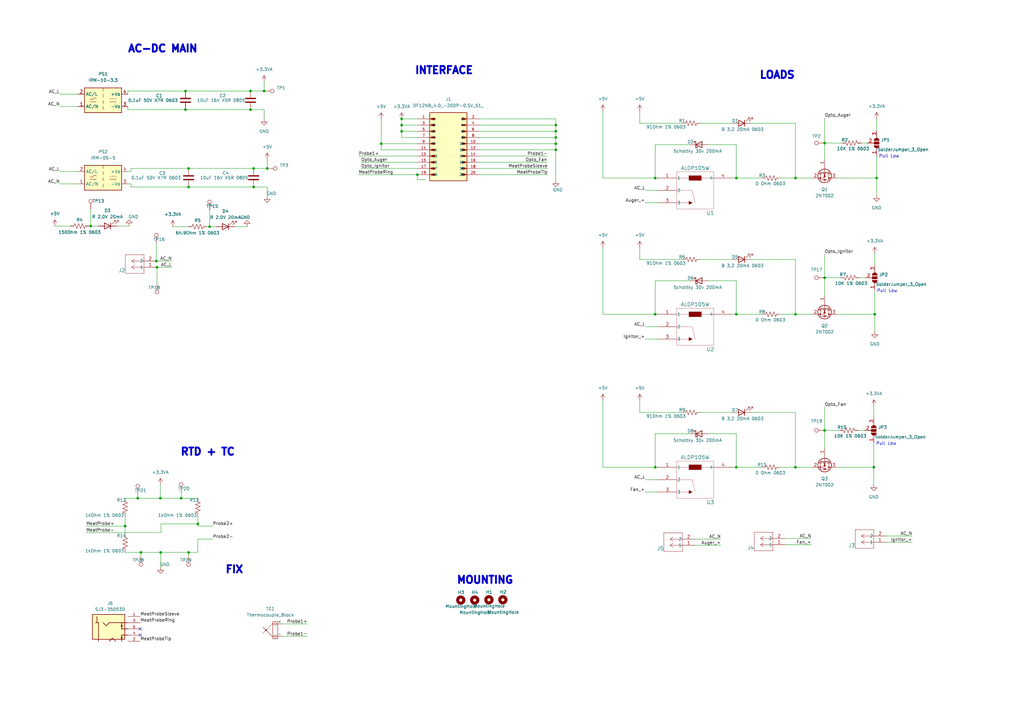
<source format=kicad_sch>
(kicad_sch (version 20211123) (generator eeschema)
  (paper "A3")
  (title_block (title "Smart Smoker Analog") (date "2025-04-20") (rev "B"))
  (lib_symbols
    (symbol "0393570002:393570002" (pin_names (offset 0.254))
      (property "Reference" "J" (at 8.89 6.35 0))
      (property "Value" "393570002" (at 0 0 0))
      (symbol "393570002_1_1"
        (pin unspecified line (at 0 0 0) (length 5.08) (name "1") (number "1"))
        (pin unspecified line (at 0 -2.54 0) (length 5.08) (name "2") (number "2"))
      )
      (symbol "393570002_1_2"
        (pin unspecified line (at 0 0 0) (length 5.08) (name "1") (number "1"))
        (pin unspecified line (at 0 -2.54 0) (length 5.08) (name "2") (number "2"))
      )
    )
    (symbol "ALDP105W:ALDP105W" (pin_names (offset 0.254))
      (property "Reference" "U" (at 15.24 7.62 0))
      (property "Value" "ALDP105W" (at 15.24 5.08 0))
      (symbol "ALDP105W_0_1"
        (pin unspecified line (at 0 0 0) (length 7.62) (name "1") (number "1"))
        (pin unspecified line (at 0 -5.08 0) (length 7.62) (name "2") (number "2"))
        (pin unspecified line (at 0 -10.16 0) (length 7.62) (name "3") (number "3"))
        (pin unspecified line (at 30.48 0 180) (length 7.62) (name "4") (number "4"))
      )
    )
    (symbol "Connector:TestPoint" (pin_numbers hide) (pin_names (offset 0.762) hide)
      (property "Reference" "TP" (at 0 6.858 0))
      (property "Value" "TestPoint" (at 0 5.08 0))
      (symbol "TestPoint_1_1"
        (pin passive line (at 0 0 90) (length 2.54) (name "1") (number "1"))
      )
    )
    (symbol "Converter_ACDC:IRM-05-5"
      (property "Reference" "PS" (at 0 6.35 0))
      (property "Value" "IRM-05-5" (at 0 -6.35 0))
      (symbol "IRM-05-5_1_1"
        (pin power_in line (at -10.16 -2.54 0) (length 2.54) (name "AC/N") (number "1"))
        (pin power_in line (at -10.16 2.54 0) (length 2.54) (name "AC/L") (number "2"))
        (pin power_out line (at 10.16 -2.54 180) (length 2.54) (name "-Vo") (number "3"))
        (pin power_out line (at 10.16 2.54 180) (length 2.54) (name "+Vo") (number "4"))
      )
    )
    (symbol "Converter_ACDC:IRM-10-3.3"
      (property "Reference" "PS" (at 0 6.35 0))
      (property "Value" "IRM-10-3.3" (at 0 -6.35 0))
      (symbol "IRM-10-3.3_1_1"
        (pin power_in line (at -10.16 -2.54 0) (length 2.54) (name "AC/N") (number "1"))
        (pin power_in line (at -10.16 2.54 0) (length 2.54) (name "AC/L") (number "2"))
        (pin power_out line (at 10.16 -2.54 180) (length 2.54) (name "-Vo") (number "3"))
        (pin power_out line (at 10.16 2.54 180) (length 2.54) (name "+Vo") (number "4"))
      )
    )
    (symbol "DF12NBHHDR:DF12NB_4.0_-20DP-0.5V_51_" (pin_names (offset 1.016))
      (property "Reference" "J" (at -8.12 15.24 0))
      (property "Value" "DF12NB_4.0_-20DP-0.5V_51_" (at -7.62 -15.24 0))
      (symbol "DF12NB_4.0_-20DP-0.5V_51__0_0"
        (pin passive line (at -12.7 12.7 0) (length 5.08) (name "1") (number "1"))
        (pin passive line (at 12.7 2.54 180) (length 5.08) (name "10") (number "10"))
        (pin passive line (at -12.7 0 0) (length 5.08) (name "11") (number "11"))
        (pin passive line (at 12.7 0 180) (length 5.08) (name "12") (number "12"))
        (pin passive line (at -12.7 -2.54 0) (length 5.08) (name "13") (number "13"))
        (pin passive line (at 12.7 -2.54 180) (length 5.08) (name "14") (number "14"))
        (pin passive line (at -12.7 -5.08 0) (length 5.08) (name "15") (number "15"))
        (pin passive line (at 12.7 -5.08 180) (length 5.08) (name "16") (number "16"))
        (pin passive line (at -12.7 -7.62 0) (length 5.08) (name "17") (number "17"))
        (pin passive line (at 12.7 -7.62 180) (length 5.08) (name "18") (number "18"))
        (pin passive line (at -12.7 -10.16 0) (length 5.08) (name "19") (number "19"))
        (pin passive line (at 12.7 12.7 180) (length 5.08) (name "2") (number "2"))
        (pin passive line (at 12.7 -10.16 180) (length 5.08) (name "20") (number "20"))
        (pin passive line (at -12.7 10.16 0) (length 5.08) (name "3") (number "3"))
        (pin passive line (at 12.7 10.16 180) (length 5.08) (name "4") (number "4"))
        (pin passive line (at -12.7 7.62 0) (length 5.08) (name "5") (number "5"))
        (pin passive line (at 12.7 7.62 180) (length 5.08) (name "6") (number "6"))
        (pin passive line (at -12.7 5.08 0) (length 5.08) (name "7") (number "7"))
        (pin passive line (at 12.7 5.08 180) (length 5.08) (name "8") (number "8"))
        (pin passive line (at -12.7 2.54 0) (length 5.08) (name "9") (number "9"))
      )
    )
    (symbol "Device:C" (pin_numbers hide) (pin_names (offset 0.254))
      (property "Reference" "C" (at 0.635 2.54 0))
      (property "Value" "C" (at 0.635 -2.54 0))
      (symbol "C_1_1"
        (pin passive line (at 0 3.81 270) (length 2.794) (name "~") (number "1"))
        (pin passive line (at 0 -3.81 90) (length 2.794) (name "~") (number "2"))
      )
    )
    (symbol "Device:LED" (pin_numbers hide) (pin_names (offset 1.016) hide)
      (property "Reference" "D" (at 0 2.54 0))
      (property "Value" "LED" (at 0 -2.54 0))
      (symbol "LED_1_1"
        (pin passive line (at -3.81 0 0) (length 2.54) (name "K") (number "1"))
        (pin passive line (at 3.81 0 180) (length 2.54) (name "A") (number "2"))
      )
    )
    (symbol "Device:R_US" (pin_numbers hide) (pin_names (offset 0))
      (property "Reference" "R" (at 2.54 0 90))
      (property "Value" "R_US" (at -2.54 0 90))
      (symbol "R_US_1_1"
        (pin passive line (at 0 3.81 270) (length 1.27) (name "~") (number "1"))
        (pin passive line (at 0 -3.81 90) (length 1.27) (name "~") (number "2"))
      )
    )
    (symbol "Device:Thermocouple_Block" (pin_numbers hide) (pin_names (offset 0))
      (property "Reference" "TC" (at -3.048 3.81 0))
      (property "Value" "Thermocouple_Block" (at -5.08 -4.064 0))
      (symbol "Thermocouple_Block_1_1"
        (pin passive line (at 5.08 2.54 180) (length 2.54) (name "+") (number "1"))
        (pin passive line (at 5.08 -2.54 180) (length 2.54) (name "-") (number "2"))
      )
    )
    (symbol "Diode:1N6857UR" (pin_numbers hide) (pin_names (offset 1.016) hide)
      (property "Reference" "D" (at 0 2.54 0))
      (property "Value" "1N6857UR" (at 0 -2.54 0))
      (symbol "1N6857UR_1_1"
        (pin passive line (at -3.81 0 0) (length 2.54) (name "K") (number "1"))
        (pin passive line (at 3.81 0 180) (length 2.54) (name "A") (number "2"))
      )
    )
    (symbol "Jumper:SolderJumper_3_Open" (pin_names (offset 0) hide)
      (property "Reference" "JP" (at -2.54 -2.54 0))
      (property "Value" "SolderJumper_3_Open" (at 0 2.794 0))
      (symbol "SolderJumper_3_Open_1_1"
        (pin passive line (at -5.08 0 0) (length 2.54) (name "A") (number "1"))
        (pin passive line (at 0 -3.81 90) (length 2.54) (name "C") (number "2"))
        (pin passive line (at 5.08 0 180) (length 2.54) (name "B") (number "3"))
      )
    )
    (symbol "Mechanical:MountingHole" (pin_names (offset 1.016))
      (property "Reference" "H" (at 0 5.08 0))
      (property "Value" "MountingHole" (at 0 3.175 0))
    )
    (symbol "SJ3-35053D:SJ3-35053D" (pin_names (offset 1.016))
      (property "Reference" "J" (at -6.35 7.62 0))
      (property "Value" "SJ3-35053D" (at -6.35 -8.89 0))
      (symbol "SJ3-35053D_0_0"
        (pin passive line (at 12.7 5.08 180) (length 5.08) (name "~") (number "1"))
        (pin passive line (at 12.7 -5.08 180) (length 5.08) (name "~") (number "2"))
        (pin passive line (at 12.7 2.54 180) (length 5.08) (name "~") (number "3"))
        (pin passive line (at 12.7 -2.54 180) (length 5.08) (name "~") (number "4"))
        (pin passive line (at 12.7 0 180) (length 5.08) (name "~") (number "5"))
      )
    )
    (symbol "Transistor_FET:2N7002" (pin_names hide)
      (property "Reference" "Q" (at 5.08 1.905 0))
      (property "Value" "2N7002" (at 5.08 0 0))
      (symbol "2N7002_1_1"
        (pin input line (at -5.08 0 0) (length 2.54) (name "G") (number "1"))
        (pin passive line (at 2.54 -5.08 90) (length 2.54) (name "S") (number "2"))
        (pin passive line (at 2.54 5.08 270) (length 2.54) (name "D") (number "3"))
      )
    )
    (symbol "power:+3.3VA" (power) (pin_names (offset 0))
      (property "Value" "+3.3VA" (at 0 3.556 0))
      (symbol "+3.3VA_1_1"
        (pin power_in line (at 0 0 90) (length 0) hide (name "+3.3VA") (number "1"))
      )
    )
    (symbol "power:+5V" (power) (pin_names (offset 0))
      (property "Value" "+5V" (at 0 3.556 0))
      (symbol "+5V_1_1"
        (pin power_in line (at 0 0 90) (length 0) hide (name "+5V") (number "1"))
      )
    )
    (symbol "power:GND" (power) (pin_names (offset 0))
      (property "Value" "GND" (at 0 -3.81 0))
      (symbol "GND_1_1"
        (pin power_in line (at 0 0 270) (length 0) hide (name "GND") (number "1"))
      )
    )
  )
  (junction (at 227.965 51.308))
  (junction (at 358.394 191.643))
  (junction (at 51.308 215.773))
  (junction (at 109.601 69.088))
  (junction (at 326.263 128.905))
  (junction (at 76.073 37.338))
  (junction (at 268.732 191.643))
  (junction (at 326.263 191.643))
  (junction (at 338.201 113.919))
  (junction (at 102.743 44.958))
  (junction (at 104.013 76.708))
  (junction (at 77.343 76.708))
  (junction (at 57.785 226.568))
  (junction (at 227.965 53.848))
  (junction (at 359.537 73.025))
  (junction (at 65.786 204.343))
  (junction (at 77.343 69.088))
  (junction (at 76.073 44.958))
  (junction (at 104.013 69.088))
  (junction (at 326.263 73.025))
  (junction (at 37.211 92.71))
  (junction (at 164.719 51.308))
  (junction (at 302.006 191.643))
  (junction (at 268.732 73.025))
  (junction (at 227.965 56.388))
  (junction (at 358.775 128.905))
  (junction (at 85.979 92.964))
  (junction (at 227.965 61.468))
  (junction (at 338.201 176.53))
  (junction (at 108.331 37.338))
  (junction (at 164.719 48.768))
  (junction (at 227.965 58.928))
  (junction (at 102.743 37.338))
  (junction (at 164.719 53.848))
  (junction (at 56.515 204.343))
  (junction (at 302.006 73.025))
  (junction (at 81.153 214.884))
  (junction (at 65.913 226.568))
  (junction (at 64.135 107.061))
  (junction (at 74.295 204.343))
  (junction (at 338.201 58.674))
  (junction (at 268.732 128.905))
  (junction (at 302.006 128.905))
  (junction (at 77.343 226.568))
  (junction (at 156.337 58.928))
  (junction (at 171.196 71.628))
  (junction (at 64.389 109.601))
  (no_connect (at 57.531 260.477))
  (no_connect (at 57.531 257.937))
  (wire (pts (xy 358.775 128.905) (xy 358.775 136.017)))
  (wire (pts (xy 51.308 211.963) (xy 51.308 215.773)))
  (wire (pts (xy 264.668 133.985) (xy 269.875 133.985)))
  (wire (pts (xy 338.201 58.674) (xy 345.567 58.674)))
  (wire (pts (xy 227.965 53.848) (xy 227.965 56.388)))
  (wire (pts (xy 353.187 58.674) (xy 355.727 58.674)))
  (wire (pts (xy 307.975 169.164) (xy 326.263 169.164)))
  (wire (pts (xy 268.732 59.309) (xy 268.732 73.025)))
  (wire (pts (xy 326.263 169.164) (xy 326.263 191.643)))
  (wire (pts (xy 171.196 53.848) (xy 164.719 53.848)))
  (wire (pts (xy 81.153 226.568) (xy 77.343 226.568)))
  (wire (pts (xy 326.263 73.025) (xy 333.121 73.025)))
  (wire (pts (xy 148.082 66.548) (xy 171.196 66.548)))
  (wire (pts (xy 37.211 92.71) (xy 40.259 92.71)))
  (wire (pts (xy 87.249 215.773) (xy 81.153 215.773)))
  (wire (pts (xy 57.785 226.568) (xy 51.308 226.568)))
  (wire (pts (xy 338.201 48.26) (xy 338.201 58.674)))
  (wire (pts (xy 24.511 43.688) (xy 32.131 43.688)))
  (wire (pts (xy 77.343 226.568) (xy 65.913 226.568)))
  (wire (pts (xy 108.331 33.528) (xy 108.331 37.338)))
  (wire (pts (xy 53.721 75.438) (xy 52.451 75.438)))
  (wire (pts (xy 326.263 128.905) (xy 333.121 128.905)))
  (wire (pts (xy 358.394 181.61) (xy 358.394 191.643)))
  (wire (pts (xy 96.266 92.964) (xy 101.346 92.964)))
  (wire (pts (xy 287.274 50.546) (xy 300.355 50.546)))
  (wire (pts (xy 64.135 99.695) (xy 64.135 107.061)))
  (wire (pts (xy 262.382 106.426) (xy 279.654 106.426)))
  (wire (pts (xy 174.625 73.66) (xy 171.196 73.66)))
  (wire (pts (xy 352.425 113.919) (xy 354.965 113.919)))
  (wire (pts (xy 227.965 58.928) (xy 227.965 61.468)))
  (wire (pts (xy 343.281 73.025) (xy 359.537 73.025)))
  (wire (pts (xy 52.451 37.338) (xy 52.451 38.608)))
  (wire (pts (xy 76.073 44.958) (xy 102.743 44.958)))
  (wire (pts (xy 247.269 73.025) (xy 268.732 73.025)))
  (wire (pts (xy 66.04 214.884) (xy 66.04 218.44)))
  (wire (pts (xy 171.196 51.308) (xy 164.719 51.308)))
  (wire (pts (xy 53.721 70.358) (xy 52.451 70.358)))
  (wire (pts (xy 302.006 73.025) (xy 312.42 73.025)))
  (wire (pts (xy 148.082 69.088) (xy 171.196 69.088)))
  (wire (pts (xy 56.515 202.692) (xy 56.515 204.343)))
  (wire (pts (xy 352.044 176.53) (xy 354.584 176.53)))
  (wire (pts (xy 282.829 177.927) (xy 268.732 177.927)))
  (wire (pts (xy 84.836 92.964) (xy 85.979 92.964)))
  (wire (pts (xy 77.343 76.708) (xy 104.013 76.708)))
  (wire (pts (xy 338.201 113.919) (xy 338.201 121.285)))
  (wire (pts (xy 24.511 75.438) (xy 32.131 75.438)))
  (wire (pts (xy 307.975 106.426) (xy 326.263 106.426)))
  (wire (pts (xy 156.337 61.468) (xy 156.337 58.928)))
  (wire (pts (xy 326.263 106.426) (xy 326.263 128.905)))
  (wire (pts (xy 359.537 73.025) (xy 359.537 80.137)))
  (wire (pts (xy 268.732 73.025) (xy 269.875 73.025)))
  (wire (pts (xy 164.719 51.308) (xy 164.719 48.768)))
  (wire (pts (xy 338.201 166.878) (xy 338.201 176.53)))
  (wire (pts (xy 196.596 69.088) (xy 224.663 69.088)))
  (wire (pts (xy 65.913 226.568) (xy 57.785 226.568)))
  (wire (pts (xy 164.719 48.768) (xy 171.196 48.768)))
  (wire (pts (xy 64.389 109.601) (xy 64.135 109.601)))
  (wire (pts (xy 196.596 53.848) (xy 227.965 53.848)))
  (wire (pts (xy 343.281 128.905) (xy 358.775 128.905)))
  (wire (pts (xy 76.073 37.338) (xy 52.451 37.338)))
  (wire (pts (xy 268.732 177.927) (xy 268.732 191.643)))
  (wire (pts (xy 70.485 109.601) (xy 64.389 109.601)))
  (wire (pts (xy 24.511 38.608) (xy 32.131 38.608)))
  (wire (pts (xy 338.201 104.14) (xy 338.201 113.919)))
  (wire (pts (xy 47.879 92.71) (xy 52.959 92.71)))
  (wire (pts (xy 147.066 64.008) (xy 171.196 64.008)))
  (wire (pts (xy 307.975 50.546) (xy 326.263 50.546)))
  (wire (pts (xy 164.719 56.388) (xy 164.719 53.848)))
  (wire (pts (xy 300.355 191.643) (xy 302.006 191.643)))
  (wire (pts (xy 147.066 71.628) (xy 171.196 71.628)))
  (wire (pts (xy 171.196 56.388) (xy 164.719 56.388)))
  (wire (pts (xy 322.072 223.393) (xy 332.74 223.393)))
  (wire (pts (xy 290.449 177.927) (xy 302.006 177.927)))
  (wire (pts (xy 247.269 45.593) (xy 247.269 73.025)))
  (wire (pts (xy 109.601 76.708) (xy 109.601 80.518)))
  (wire (pts (xy 264.541 139.065) (xy 269.875 139.065)))
  (wire (pts (xy 302.006 73.025) (xy 302.006 59.309)))
  (wire (pts (xy 65.786 204.343) (xy 74.295 204.343)))
  (wire (pts (xy 359.537 63.754) (xy 359.537 73.025)))
  (wire (pts (xy 164.719 53.848) (xy 164.719 51.308)))
  (wire (pts (xy 268.732 128.905) (xy 269.875 128.905)))
  (wire (pts (xy 264.668 78.105) (xy 269.875 78.105)))
  (wire (pts (xy 81.153 214.884) (xy 81.153 215.773)))
  (wire (pts (xy 104.013 69.088) (xy 109.601 69.088)))
  (wire (pts (xy 53.721 76.708) (xy 53.721 75.438)))
  (wire (pts (xy 268.732 191.643) (xy 269.875 191.643)))
  (wire (pts (xy 268.732 115.189) (xy 268.732 128.905)))
  (wire (pts (xy 56.515 204.343) (xy 51.308 204.343)))
  (wire (pts (xy 102.743 37.338) (xy 108.331 37.338)))
  (wire (pts (xy 196.596 61.468) (xy 227.965 61.468)))
  (wire (pts (xy 302.006 191.643) (xy 312.42 191.643)))
  (wire (pts (xy 70.866 92.964) (xy 77.216 92.964)))
  (wire (pts (xy 302.006 128.905) (xy 312.42 128.905)))
  (wire (pts (xy 57.785 228.219) (xy 57.785 226.568)))
  (wire (pts (xy 35.306 215.773) (xy 51.308 215.773)))
  (wire (pts (xy 36.449 92.71) (xy 37.211 92.71)))
  (wire (pts (xy 358.775 118.999) (xy 358.775 128.905)))
  (wire (pts (xy 22.479 92.71) (xy 28.829 92.71)))
  (wire (pts (xy 358.775 103.886) (xy 358.775 108.839)))
  (wire (pts (xy 247.269 164.211) (xy 247.269 191.643)))
  (wire (pts (xy 326.263 50.546) (xy 326.263 73.025)))
  (wire (pts (xy 302.006 128.905) (xy 302.006 115.189)))
  (wire (pts (xy 282.829 115.189) (xy 268.732 115.189)))
  (wire (pts (xy 66.04 218.44) (xy 35.306 218.44)))
  (wire (pts (xy 262.382 169.164) (xy 279.654 169.164)))
  (wire (pts (xy 359.537 48.641) (xy 359.537 53.594)))
  (wire (pts (xy 227.965 51.308) (xy 227.965 53.848)))
  (wire (pts (xy 358.394 191.643) (xy 343.281 191.643)))
  (wire (pts (xy 196.596 64.008) (xy 224.663 64.008)))
  (wire (pts (xy 264.668 196.723) (xy 269.875 196.723)))
  (wire (pts (xy 171.196 58.928) (xy 156.337 58.928)))
  (wire (pts (xy 284.988 221.107) (xy 295.656 221.107)))
  (wire (pts (xy 85.979 86.106) (xy 85.979 92.964)))
  (wire (pts (xy 264.541 83.185) (xy 269.875 83.185)))
  (wire (pts (xy 363.474 219.837) (xy 374.142 219.837)))
  (wire (pts (xy 358.394 166.497) (xy 358.394 171.45)))
  (wire (pts (xy 74.295 201.93) (xy 74.295 204.343)))
  (wire (pts (xy 326.263 73.025) (xy 320.04 73.025)))
  (wire (pts (xy 108.331 44.958) (xy 108.331 48.768)))
  (wire (pts (xy 24.511 70.358) (xy 32.131 70.358)))
  (wire (pts (xy 156.337 58.928) (xy 156.337 48.768)))
  (wire (pts (xy 326.263 191.643) (xy 333.121 191.643)))
  (wire (pts (xy 104.013 69.088) (xy 77.343 69.088)))
  (wire (pts (xy 262.382 45.593) (xy 262.382 50.546)))
  (wire (pts (xy 363.474 222.377) (xy 374.142 222.377)))
  (wire (pts (xy 77.343 69.088) (xy 53.721 69.088)))
  (wire (pts (xy 196.596 71.628) (xy 224.663 71.628)))
  (wire (pts (xy 65.786 198.755) (xy 65.786 204.343)))
  (wire (pts (xy 227.965 61.468) (xy 227.965 74.041)))
  (wire (pts (xy 227.965 48.768) (xy 227.965 51.308)))
  (wire (pts (xy 126.111 255.905) (xy 115.951 255.905)))
  (wire (pts (xy 65.913 232.664) (xy 65.913 226.568)))
  (wire (pts (xy 282.829 59.309) (xy 268.732 59.309)))
  (wire (pts (xy 81.153 214.884) (xy 66.04 214.884)))
  (wire (pts (xy 64.389 109.601) (xy 64.389 116.459)))
  (wire (pts (xy 247.269 191.643) (xy 268.732 191.643)))
  (wire (pts (xy 262.382 50.546) (xy 279.654 50.546)))
  (wire (pts (xy 81.153 211.963) (xy 81.153 214.884)))
  (wire (pts (xy 284.988 223.647) (xy 295.656 223.647)))
  (wire (pts (xy 53.721 69.088) (xy 53.721 70.358)))
  (wire (pts (xy 290.449 115.189) (xy 302.006 115.189)))
  (wire (pts (xy 247.269 101.473) (xy 247.269 128.905)))
  (wire (pts (xy 102.743 37.338) (xy 76.073 37.338)))
  (wire (pts (xy 171.196 73.66) (xy 171.196 71.628)))
  (wire (pts (xy 102.743 44.958) (xy 108.331 44.958)))
  (wire (pts (xy 290.449 59.309) (xy 302.006 59.309)))
  (wire (pts (xy 196.596 58.928) (xy 227.965 58.928)))
  (wire (pts (xy 338.201 176.53) (xy 344.424 176.53)))
  (wire (pts (xy 287.274 106.426) (xy 300.355 106.426)))
  (wire (pts (xy 65.786 204.343) (xy 56.515 204.343)))
  (wire (pts (xy 126.111 260.985) (xy 115.951 260.985)))
  (wire (pts (xy 81.153 221.107) (xy 81.153 226.568)))
  (wire (pts (xy 302.006 191.643) (xy 302.006 177.927)))
  (wire (pts (xy 196.596 56.388) (xy 227.965 56.388)))
  (wire (pts (xy 247.269 128.905) (xy 268.732 128.905)))
  (wire (pts (xy 87.249 221.107) (xy 81.153 221.107)))
  (wire (pts (xy 109.601 65.278) (xy 109.601 69.088)))
  (wire (pts (xy 196.596 66.548) (xy 224.409 66.548)))
  (wire (pts (xy 326.263 128.905) (xy 320.04 128.905)))
  (wire (pts (xy 70.485 107.061) (xy 64.135 107.061)))
  (wire (pts (xy 227.965 56.388) (xy 227.965 58.928)))
  (wire (pts (xy 338.201 176.53) (xy 338.201 184.023)))
  (wire (pts (xy 74.295 204.343) (xy 81.153 204.343)))
  (wire (pts (xy 326.263 191.643) (xy 320.04 191.643)))
  (wire (pts (xy 338.201 58.674) (xy 338.201 65.405)))
  (wire (pts (xy 171.196 61.468) (xy 156.337 61.468)))
  (wire (pts (xy 322.072 220.853) (xy 332.74 220.853)))
  (wire (pts (xy 300.355 128.905) (xy 302.006 128.905)))
  (wire (pts (xy 300.355 73.025) (xy 302.006 73.025)))
  (wire (pts (xy 37.211 85.852) (xy 37.211 92.71)))
  (wire (pts (xy 51.308 215.773) (xy 51.308 218.948)))
  (wire (pts (xy 196.596 51.308) (xy 227.965 51.308)))
  (wire (pts (xy 262.382 164.211) (xy 262.382 169.164)))
  (wire (pts (xy 52.451 44.958) (xy 76.073 44.958)))
  (wire (pts (xy 104.013 76.708) (xy 109.601 76.708)))
  (wire (pts (xy 358.394 198.755) (xy 358.394 191.643)))
  (wire (pts (xy 196.596 48.768) (xy 227.965 48.768)))
  (wire (pts (xy 287.274 169.164) (xy 300.355 169.164)))
  (wire (pts (xy 262.382 101.473) (xy 262.382 106.426)))
  (wire (pts (xy 338.201 113.919) (xy 344.805 113.919)))
  (wire (pts (xy 85.979 92.964) (xy 88.646 92.964)))
  (wire (pts (xy 52.451 43.688) (xy 52.451 44.958)))
  (wire (pts (xy 264.541 201.803) (xy 269.875 201.803)))
  (wire (pts (xy 53.721 76.708) (xy 77.343 76.708)))
  (wire (pts (xy 77.343 228.219) (xy 77.343 226.568)))
  (text "MOUNTING" (at 187.071 239.776 0) (effects (font (size 3 3) (thickness 1.016) bold) (justify left bottom)))
  (text "Pull Low" (at 360.426 64.897 0) (effects (font (size 1.27 1.27)) (justify left bottom)))
  (text "Pull Low" (at 359.664 120.142 0) (effects (font (size 1.27 1.27)) (justify left bottom)))
  (text "FIX" (at 92.202 235.458 0) (effects (font (size 3 3) (thickness 1.016) bold) (justify left bottom)))
  (text "LOADS" (at 311.277 32.639 0) (effects (font (size 3 3) (thickness 1.016) bold) (justify left bottom)))
  (text "Pull Low" (at 359.283 182.753 0) (effects (font (size 1.27 1.27)) (justify left bottom)))
  (text "INTERFACE" (at 169.926 30.734 0) (effects (font (size 3 3) (thickness 1.016) bold) (justify left bottom)))
  (text "RTD + TC" (at 73.787 187.198 0) (effects (font (size 3 3) (thickness 1.016) bold) (justify left bottom)))
  (text "AC-DC MAIN" (at 52.197 21.844 0) (effects (font (size 3 3) (thickness 1.016) bold) (justify left bottom)))
  (label "Opto_Fan" (at 224.409 66.548 180))
  (label "Opto_Auger" (at 338.201 48.26 0))
  (label "Probe1-" (at 224.663 64.008 180))
  (label "MeatProbeRing" (at 57.531 255.397 0))
  (label "MeatProbeSleeve" (at 57.531 252.857 0))
  (label "Auger_+" (at 264.541 83.185 180))
  (label "Opto_Ignitor" (at 148.082 69.088 0))
  (label "Opto_Fan" (at 338.201 166.878 0))
  (label "AC_N" (at 24.511 75.438 180))
  (label "Ignitor_+" (at 374.142 222.377 180))
  (label "Probe1+" (at 147.066 64.008 0))
  (label "AC_L" (at 264.668 78.105 180))
  (label "Probe2-" (at 87.249 221.107 0))
  (label "AC_L" (at 24.511 38.608 180))
  (label "Probe1+" (at 126.111 255.905 180))
  (label "MeatProbe-" (at 35.306 218.44 0))
  (label "AC_L" (at 264.668 133.985 180))
  (label "AC_N" (at 374.142 219.837 180))
  (label "MeatProbe+" (at 35.306 215.773 0))
  (label "AC_N" (at 332.74 220.853 180))
  (label "MeatProbeTip" (at 224.663 71.628 180))
  (label "AC_L" (at 70.485 109.601 180))
  (label "AC_N" (at 295.656 221.107 180))
  (label "AC_L" (at 24.511 70.358 180))
  (label "Auger_+" (at 295.656 223.647 180))
  (label "MeatProbeSleeve" (at 224.663 69.088 180))
  (label "AC_L" (at 264.668 196.723 180))
  (label "Probe2+" (at 87.249 215.773 0))
  (label "Fan_+" (at 332.74 223.393 180))
  (label "AC_N" (at 24.511 43.688 180))
  (label "AC_N" (at 70.485 107.061 180))
  (label "Fan_+" (at 264.541 201.803 180))
  (label "Ignitor_+" (at 264.541 139.065 180))
  (label "Opto_Ignitor" (at 338.201 104.14 0))
  (label "MeatProbeTip" (at 57.531 263.017 0))
  (label "Probe1-" (at 126.111 260.985 180))
  (label "MeatProbeRing" (at 147.066 71.628 0))
  (label "Opto_Auger" (at 148.082 66.548 0))
  (symbol (lib_id "power:+3.3VA") (at 70.866 92.964 0) (unit 1)
    (property "Reference" "#PWR014" (effects hide))
    (property "Value" "+3.3VA" (at 70.866 87.884 0))
  )
  (symbol (lib_id "SJ3-35053D:SJ3-35053D") (at 44.831 257.937 0) (unit 1)
    (property "Reference" "J6" (at 45.156 247.396 0))
    (property "Value" "SJ3-35053D" (at 45.156 249.936 0))
    (property "Footprint" "Customs Smoker:SAMESKY_SJ3-35053D" (effects hide))
    (property "Manufacturer" "SameSky" (effects hide))
    (property "Manufacturer Part Number" "SJ3-35053D" (effects hide))
    (property "Vendor" "Digkey" (effects hide))
    (property "Vendor Part Number" "2223-SJ3-35053D-ND" (effects hide))
  )
  (symbol (lib_id "power:GND") (at 358.394 198.755 0) (mirror y) (unit 1)
    (property "Reference" "#PWR024" (effects hide))
    (property "Value" "GND" (at 358.394 203.835 0))
  )
  (symbol (lib_id "ALDP105W:ALDP105W") (at 269.875 73.025 0) (unit 1)
    (property "Reference" "U1" (at 291.338 87.376 0) (effects (font (size 1.524 1.524))))
    (property "Value" "ALDP105W" (at 285.115 68.961 0) (effects (font (size 1.524 1.524))))
    (property "Footprint" "Customs Smoker:PAN_ALD_PAN" (effects hide))
    (property "Datasheet" "ALDP105W" (effects hide))
    (property "Manufacturer" "Panasonic Electric Works" (effects hide))
    (property "Manufacturer Part Number" "ALDP105W" (effects hide))
    (property "Vendor" "Digikey" (effects hide))
    (property "Vendor Part Number" "255-3586-ND" (effects hide))
  )
  (symbol (lib_id "Connector:TestPoint") (at 109.601 69.088 270) (unit 1)
    (property "Reference" "TP3" (at 114.681 67.8179 90) (effects (justify left)))
    (property "Value" "TP" (effects hide))
    (property "Footprint" "TestPoint:TestPoint_Pad_D1.0mm" (effects hide))
  )
  (symbol (lib_id "Device:R_US") (at 81.153 208.153 0) (unit 1)
    (property "Reference" "R13" (at 79.629 205.105 0))
    (property "Value" "1kOhm 1% 0603" (at 72.771 211.328 0))
    (property "Footprint" "Resistor_SMD:R_0603_1608Metric" (effects hide))
    (property "Manufacturer" "YAGEO" (effects hide))
    (property "Manufacturer Part Number" "RC0603FR-071KL" (effects hide))
    (property "Vendor" "Digikey" (effects hide))
    (property "Vendor Part Number" "311-1.00KHRCT-ND" (effects hide))
  )
  (symbol (lib_id "Mechanical:MountingHole") (at 188.976 246.126 0) (unit 1)
    (property "Reference" "H3" (at 187.706 242.951 0) (effects (justify left)))
    (property "Value" "MountingHole" (at 182.626 248.666 0) (effects (justify left)))
    (property "Footprint" "MountingHole:MountingHole_3.2mm_M3_DIN965_Pad" (effects hide))
  )
  (symbol (lib_id "Connector:TestPoint") (at 64.389 116.459 180) (unit 1)
    (property "Reference" "TP18" (at 60.833 117.983 0) (effects (justify right)))
    (property "Value" "TP" (effects hide))
    (property "Footprint" "TestPoint:TestPoint_Pad_D1.0mm" (effects hide))
  )
  (symbol (lib_id "Device:R_US") (at 316.23 191.643 90) (unit 1)
    (property "Reference" "R11" (at 312.547 190.627 90))
    (property "Value" "0 Ohm 0603" (at 315.976 193.929 90))
    (property "Footprint" "Resistor_SMD:R_0603_1608Metric" (effects hide))
    (property "Manufacturer" "YAGEO" (effects hide))
    (property "Manufacturer Part Number" "RC0603JR-070RL" (effects hide))
    (property "Vendor" "Digikey" (effects hide))
    (property "Vendor Part Number" "311-0.0GRCT-ND" (effects hide))
  )
  (symbol (lib_id "power:+5V") (at 247.269 164.211 0) (unit 1)
    (property "Reference" "#PWR020" (effects hide))
    (property "Value" "+5V" (at 247.269 159.131 0))
  )
  (symbol (lib_id "Connector:TestPoint") (at 37.211 85.852 0) (unit 1)
    (property "Reference" "TP13" (at 42.799 82.423 0) (effects (justify right)))
    (property "Value" "TP" (effects hide))
    (property "Footprint" "TestPoint:TestPoint_Pad_D1.0mm" (effects hide))
  )
  (symbol (lib_id "Connector:TestPoint") (at 74.295 201.93 0) (unit 1)
    (property "Reference" "TP20" (at 77.851 200.406 0) (effects (justify right)))
    (property "Value" "TP" (effects hide))
    (property "Footprint" "TestPoint:TestPoint_Pad_D1.0mm" (effects hide))
  )
  (symbol (lib_id "Diode:1N6857UR") (at 286.639 59.309 0) (unit 1)
    (property "Reference" "D2" (at 283.21 58.166 0))
    (property "Value" "Schottky 30v 200mA" (at 286.131 61.976 0))
    (property "Footprint" "Customs Smoker:RB521S30T1G-M" (effects hide))
    (property "Datasheet" "https://www.microsemi.com/document-portal/doc_download/131890-lds-0040-1-datasheet" (effects hide))
    (property "Manufacturer" "onsemi" (effects hide))
    (property "Manufacturer Part Number" "RB521S30T1G" (effects hide))
    (property "Vendor" "Digikey" (effects hide))
    (property "Vendor Part Number" "RB521S30T1GOSCT-ND" (effects hide))
  )
  (symbol (lib_id "power:+5V") (at 109.601 65.278 0) (unit 1)
    (property "Reference" "#PWR08" (effects hide))
    (property "Value" "+5V" (at 109.601 60.198 0))
  )
  (symbol (lib_id "power:GND") (at 359.537 80.137 0) (mirror y) (unit 1)
    (property "Reference" "#PWR010" (effects hide))
    (property "Value" "GND" (at 359.537 85.217 0))
  )
  (symbol (lib_id "Device:C") (at 76.073 41.148 0) (mirror x) (unit 1)
    (property "Reference" "C1" (at 65.278 39.243 0))
    (property "Value" "0.1uF 50V X7R 0603" (at 62.738 41.148 0))
    (property "Footprint" "Capacitor_SMD:C_0603_1608Metric" (effects hide))
    (property "Manufacturer" "Samsung Electro-Mechanics" (effects hide))
    (property "Manufacturer Part Number" "CL10B104KB8NNWC" (effects hide))
    (property "Vendor" "Digikey" (effects hide))
    (property "Vendor Part Number" "1276-1935-1-ND" (effects hide))
  )
  (symbol (lib_id "power:+5V") (at 247.269 45.593 0) (unit 1)
    (property "Reference" "#PWR02" (effects hide))
    (property "Value" "+5V" (at 247.269 40.513 0))
  )
  (symbol (lib_id "Transistor_FET:2N7002") (at 338.201 70.485 270) (unit 1)
    (property "Reference" "Q1" (at 338.201 77.724 90))
    (property "Value" "2N7002" (at 338.201 80.264 90))
    (property "Footprint" "Package_TO_SOT_SMD:SOT-23" (effects hide))
    (property "Datasheet" "https://www.onsemi.com/pub/Collateral/NDS7002A-D.PDF" (effects hide))
    (property "Manufacturer" "Nexperia USA Inc." (effects hide))
    (property "Manufacturer Part Number" "1727-4789-1-ND" (effects hide))
    (property "Vendor" "Digikey" (effects hide))
    (property "Vendor Part Number" "Nexperia USA Inc." (effects hide))
  )
  (symbol (lib_id "Connector:TestPoint") (at 338.201 58.674 90) (unit 1)
    (property "Reference" "TP2" (at 334.899 55.88 90))
    (property "Value" "TP" (effects hide))
    (property "Footprint" "TestPoint:TestPoint_Pad_D1.0mm" (effects hide))
  )
  (symbol (lib_id "0393570002:393570002") (at 64.135 109.601 180) (unit 1)
    (property "Reference" "J2" (at 51.435 110.871 0) (effects (font (size 1.524 1.524)) (justify left)))
    (property "Value" "393570002" (effects hide))
    (property "Footprint" "CONN_393570002_MOL" (effects hide))
    (property "Manufacturer" "Molex" (effects hide))
    (property "Manufacturer Part Number" "393570002" (effects hide))
    (property "Vendor" "Digikey" (effects hide))
    (property "Vendor Part Number" "WM7877-ND" (effects hide))
  )
  (symbol (lib_id "Connector:TestPoint") (at 56.515 202.692 0) (unit 1)
    (property "Reference" "TP21" (at 60.071 201.168 0) (effects (justify right)))
    (property "Value" "TP" (effects hide))
    (property "Footprint" "TestPoint:TestPoint_Pad_D1.0mm" (effects hide))
  )
  (symbol (lib_id "power:+5V") (at 247.269 101.473 0) (unit 1)
    (property "Reference" "#PWR016" (effects hide))
    (property "Value" "+5V" (at 247.269 96.393 0))
  )
  (symbol (lib_id "Jumper:SolderJumper_3_Open") (at 358.394 176.53 270) (mirror x) (unit 1)
    (property "Reference" "JP3" (at 360.172 175.2599 90) (effects (justify left)))
    (property "Value" "SolderJumper_3_Open" (at 358.775 179.197 90) (effects (justify left)))
    (property "Footprint" "Jumper:SolderJumper-3_P1.3mm_Open_RoundedPad1.0x1.5mm" (effects hide))
  )
  (symbol (lib_id "Transistor_FET:2N7002") (at 338.201 189.103 270) (unit 1)
    (property "Reference" "Q3" (at 338.201 196.342 90))
    (property "Value" "2N7002" (at 338.201 198.882 90))
    (property "Footprint" "Package_TO_SOT_SMD:SOT-23" (effects hide))
    (property "Datasheet" "https://www.onsemi.com/pub/Collateral/NDS7002A-D.PDF" (effects hide))
    (property "Manufacturer" "Nexperia USA Inc." (effects hide))
    (property "Manufacturer Part Number" "1727-4789-1-ND" (effects hide))
    (property "Vendor" "Digikey" (effects hide))
    (property "Vendor Part Number" "Nexperia USA Inc." (effects hide))
  )
  (symbol (lib_id "power:+5V") (at 262.382 45.593 0) (unit 1)
    (property "Reference" "#PWR03" (effects hide))
    (property "Value" "+5V" (at 262.382 40.513 0))
  )
  (symbol (lib_id "Connector:TestPoint") (at 108.331 37.338 270) (unit 1)
    (property "Reference" "TP1" (at 113.411 36.0679 90) (effects (justify left)))
    (property "Value" "TP" (effects hide))
    (property "Footprint" "TestPoint:TestPoint_Pad_D1.0mm" (effects hide))
  )
  (symbol (lib_id "Jumper:SolderJumper_3_Open") (at 359.537 58.674 270) (mirror x) (unit 1)
    (property "Reference" "JP1" (at 361.315 57.4039 90) (effects (justify left)))
    (property "Value" "SolderJumper_3_Open" (at 359.918 61.341 90) (effects (justify left)))
    (property "Footprint" "Jumper:SolderJumper-3_P1.3mm_Open_RoundedPad1.0x1.5mm" (effects hide))
  )
  (symbol (lib_id "Device:R_US") (at 348.234 176.53 270) (mirror x) (unit 1)
    (property "Reference" "R10" (at 345.313 175.26 90))
    (property "Value" "10K 1% 0603" (at 348.742 178.816 90))
    (property "Footprint" "Resistor_SMD:R_0603_1608Metric" (effects hide))
    (property "Manufacturer" "Stackpole Electronics Inc" (effects hide))
    (property "Manufacturer Part Number" "RNCP0603FTD10K0" (effects hide))
    (property "Vendor" "Digikey" (effects hide))
    (property "Vendor Part Number" "RNCP0603FTD10K0CT-ND" (effects hide))
  )
  (symbol (lib_id "power:GND") (at 358.775 136.017 0) (mirror y) (unit 1)
    (property "Reference" "#PWR019" (effects hide))
    (property "Value" "GND" (at 358.775 141.097 0))
  )
  (symbol (lib_id "power:+5V") (at 156.337 48.768 0) (unit 1)
    (property "Reference" "#PWR06" (effects hide))
    (property "Value" "+5V" (at 156.337 43.688 0))
  )
  (symbol (lib_id "Connector:TestPoint") (at 338.201 113.919 90) (unit 1)
    (property "Reference" "TP17" (at 334.899 110.617 90))
    (property "Value" "TP" (effects hide))
    (property "Footprint" "TestPoint:TestPoint_Pad_D1.0mm" (effects hide))
  )
  (symbol (lib_id "Connector:TestPoint") (at 85.979 86.106 0) (unit 1)
    (property "Reference" "TP15" (at 89.535 84.582 0) (effects (justify right)))
    (property "Value" "TP" (effects hide))
    (property "Footprint" "TestPoint:TestPoint_Pad_D1.0mm" (effects hide))
  )
  (symbol (lib_id "Device:R_US") (at 348.615 113.919 270) (mirror x) (unit 1)
    (property "Reference" "R7" (at 345.694 112.649 90))
    (property "Value" "10K 1% 0603" (at 349.123 116.205 90))
    (property "Footprint" "Resistor_SMD:R_0603_1608Metric" (effects hide))
    (property "Manufacturer" "Stackpole Electronics Inc" (effects hide))
    (property "Manufacturer Part Number" "RNCP0603FTD10K0" (effects hide))
    (property "Vendor" "Digikey" (effects hide))
    (property "Vendor Part Number" "RNCP0603FTD10K0CT-ND" (effects hide))
  )
  (symbol (lib_id "Connector:TestPoint") (at 77.343 228.219 180) (unit 1)
    (property "Reference" "TP29" (at 73.787 229.743 0) (effects (justify right)))
    (property "Value" "TP" (effects hide))
    (property "Footprint" "TestPoint:TestPoint_Pad_D1.0mm" (effects hide))
  )
  (symbol (lib_id "power:GND") (at 101.346 92.964 180) (unit 1)
    (property "Reference" "#PWR015" (effects hide))
    (property "Value" "GND" (at 102.616 89.154 0) (effects (justify left)))
  )
  (symbol (lib_id "DF12NBHHDR:DF12NB_4.0_-20DP-0.5V_51_") (at 183.896 61.468 0) (unit 1)
    (property "Reference" "J1" (at 183.896 40.767 0))
    (property "Value" "DF12NB_4.0_-20DP-0.5V_51_" (at 183.896 43.307 0))
    (property "Footprint" "Customs Smoker:HRS_DF12NB_4.0_-20DP-0.5V_51_" (effects hide))
    (property "Manufacturer" "Hirose" (effects hide))
    (property "Manufacturer Part Number" "DF12NB(4.0)-20DP-0.5V(51)" (effects hide))
    (property "Vendor" "Digikey" (effects hide))
    (property "Vendor Part Number" "26-DF12NB(4.0)-20DP-0.5V(51)CT-ND" (effects hide))
  )
  (symbol (lib_id "Mechanical:MountingHole") (at 206.248 245.999 0) (unit 1)
    (property "Reference" "H2" (at 204.978 242.824 0) (effects (justify left)))
    (property "Value" "MountingHole" (at 199.898 251.079 0) (effects (justify left)))
    (property "Footprint" "MountingHole:MountingHole_3.2mm_M3_DIN965_Pad" (effects hide))
  )
  (symbol (lib_id "Device:LED") (at 304.165 169.164 180) (unit 1)
    (property "Reference" "D7" (at 301.498 168.148 0))
    (property "Value" "B 3.2 20mA 0603" (at 304.546 171.704 0))
    (property "Footprint" "LED_SMD:LED_0603_1608Metric" (effects hide))
    (property "Manufacturer" "Würth Elektronik" (effects hide))
    (property "Manufacturer Part Number" "150060BS75000" (effects hide))
    (property "Vendor" "Digikey" (effects hide))
    (property "Vendor Part Number" "732-4966-1-ND" (effects hide))
  )
  (symbol (lib_id "Device:LED") (at 44.069 92.71 180) (unit 1)
    (property "Reference" "D3" (at 44.069 86.36 0))
    (property "Value" "R 2.0V 20mA" (at 44.069 88.9 0))
    (property "Footprint" "LED_SMD:LED_0603_1608Metric" (effects hide))
    (property "Manufacturer" "ams-OSRAM USA INC." (effects hide))
    (property "Manufacturer Part Number" "LO Q976-PS-25-0-20-R18" (effects hide))
    (property "Vendor" "Digikey" (effects hide))
    (property "Vendor Part Number" "475-LOQ976-PS-25-0-20-R18CT-ND" (effects hide))
  )
  (symbol (lib_id "Converter_ACDC:IRM-05-5") (at 42.291 72.898 0) (unit 1)
    (property "Reference" "PS2" (at 42.291 62.23 0))
    (property "Value" "IRM-05-5" (at 42.291 64.77 0))
    (property "Footprint" "Converter_ACDC:Converter_ACDC_MeanWell_IRM-05-xx_THT" (effects hide))
    (property "Datasheet" "https://www.meanwell.com/Upload/PDF/IRM-05/IRM-05-SPEC.PDF" (effects hide))
  )
  (symbol (lib_id "Mechanical:MountingHole") (at 200.533 245.999 0) (unit 1)
    (property "Reference" "H1" (at 199.263 242.824 0) (effects (justify left)))
    (property "Value" "MountingHole" (at 194.183 248.539 0) (effects (justify left)))
    (property "Footprint" "MountingHole:MountingHole_3.2mm_M3_DIN965_Pad" (effects hide))
  )
  (symbol (lib_id "power:+3.3VA") (at 108.331 33.528 0) (unit 1)
    (property "Reference" "#PWR01" (effects hide))
    (property "Value" "+3.3VA" (at 108.331 28.448 0))
  )
  (symbol (lib_id "power:GND") (at 52.959 92.71 180) (unit 1)
    (property "Reference" "#PWR013" (effects hide))
    (property "Value" "GND" (at 56.769 88.9 0) (effects (justify left)))
  )
  (symbol (lib_id "Converter_ACDC:IRM-10-3.3") (at 42.291 41.148 0) (unit 1)
    (property "Reference" "PS1" (at 42.291 30.353 0))
    (property "Value" "IRM-10-3.3" (at 42.291 32.893 0))
    (property "Footprint" "Converter_ACDC:Converter_ACDC_MeanWell_IRM-10-xx_THT" (effects hide))
    (property "Datasheet" "https://www.meanwell.com/Upload/PDF/IRM-10/IRM-10-SPEC.PDF" (effects hide))
    (property "Manufacturer" "MEAN WELL USA Inc." (effects hide))
    (property "Manufacturer Part Number" "IRM-10-3.3" (effects hide))
    (property "Vendor" "Digikey" (effects hide))
    (property "Vendor Part Number" "1866-3031-ND" (effects hide))
  )
  (symbol (lib_id "ALDP105W:ALDP105W") (at 269.875 128.905 0) (unit 1)
    (property "Reference" "U2" (at 291.338 143.256 0) (effects (font (size 1.524 1.524))))
    (property "Value" "ALDP105W" (at 285.115 124.841 0) (effects (font (size 1.524 1.524))))
    (property "Footprint" "Customs Smoker:PAN_ALD_PAN" (effects hide))
    (property "Datasheet" "ALDP105W" (effects hide))
    (property "Manufacturer" "Panasonic Electric Works" (effects hide))
    (property "Manufacturer Part Number" "ALDP105W" (effects hide))
    (property "Vendor" "Digikey" (effects hide))
    (property "Vendor Part Number" "255-3586-ND" (effects hide))
  )
  (symbol (lib_id "Jumper:SolderJumper_3_Open") (at 358.775 113.919 270) (mirror x) (unit 1)
    (property "Reference" "JP2" (at 360.553 112.6489 90) (effects (justify left)))
    (property "Value" "SolderJumper_3_Open" (at 359.156 116.586 90) (effects (justify left)))
    (property "Footprint" "Jumper:SolderJumper-3_P1.3mm_Open_RoundedPad1.0x1.5mm" (effects hide))
  )
  (symbol (lib_id "power:+5V") (at 262.382 101.473 0) (unit 1)
    (property "Reference" "#PWR017" (effects hide))
    (property "Value" "+5V" (at 262.382 96.393 0))
  )
  (symbol (lib_id "Device:R_US") (at 283.464 169.164 90) (unit 1)
    (property "Reference" "R9" (at 279.781 168.148 90))
    (property "Value" "91Ohm 1% 0603" (at 273.177 170.688 90))
    (property "Footprint" "Resistor_SMD:R_0603_1608Metric" (effects hide))
    (property "Manufacturer" "YAGEO" (effects hide))
    (property "Manufacturer Part Number" "RC0603FR-0791RL" (effects hide))
    (property "Vendor" "Digikey" (effects hide))
    (property "Vendor Part Number" "311-91.0HRCT-ND" (effects hide))
  )
  (symbol (lib_id "Device:R_US") (at 51.308 222.758 0) (unit 1)
    (property "Reference" "R14" (at 49.784 219.71 0))
    (property "Value" "1kOhm 1% 0603" (at 42.926 225.933 0))
    (property "Footprint" "Resistor_SMD:R_0603_1608Metric" (effects hide))
    (property "Manufacturer" "YAGEO" (effects hide))
    (property "Manufacturer Part Number" "RC0603FR-071KL" (effects hide))
    (property "Vendor" "Digikey" (effects hide))
    (property "Vendor Part Number" "311-1.00KHRCT-ND" (effects hide))
  )
  (symbol (lib_id "Transistor_FET:2N7002") (at 338.201 126.365 270) (unit 1)
    (property "Reference" "Q2" (at 338.201 133.604 90))
    (property "Value" "2N7002" (at 338.201 136.144 90))
    (property "Footprint" "Package_TO_SOT_SMD:SOT-23" (effects hide))
    (property "Datasheet" "https://www.onsemi.com/pub/Collateral/NDS7002A-D.PDF" (effects hide))
    (property "Manufacturer" "Nexperia USA Inc." (effects hide))
    (property "Manufacturer Part Number" "1727-4789-1-ND" (effects hide))
    (property "Vendor" "Digikey" (effects hide))
    (property "Vendor Part Number" "Nexperia USA Inc." (effects hide))
  )
  (symbol (lib_id "power:+3.3VA") (at 164.719 48.768 0) (unit 1)
    (property "Reference" "#PWR07" (effects hide))
    (property "Value" "+3.3VA" (at 164.719 43.688 0))
  )
  (symbol (lib_id "Device:C") (at 104.013 72.898 0) (mirror y) (unit 1)
    (property "Reference" "C4" (at 92.583 70.993 0))
    (property "Value" "10uF 16V X5R 0805" (at 91.948 72.898 0))
    (property "Footprint" "Capacitor_SMD:C_0805_2012Metric" (effects hide))
    (property "Manufacturer" "Samsung Electro-Mechanics" (effects hide))
    (property "Manufacturer Part Number" "CL21A106KOQNNNE" (effects hide))
    (property "Vendor" "Digikey" (effects hide))
    (property "Vendor Part Number" "1276-1096-1-ND" (effects hide))
  )
  (symbol (lib_id "Device:C") (at 102.743 41.148 0) (mirror y) (unit 1)
    (property "Reference" "C2" (at 91.313 39.243 0))
    (property "Value" "10uF 16V X5R 0805" (at 90.678 41.148 0))
    (property "Footprint" "Capacitor_SMD:C_0805_2012Metric" (effects hide))
    (property "Manufacturer" "Samsung Electro-Mechanics" (effects hide))
    (property "Manufacturer Part Number" "CL21A106KOQNNNE" (effects hide))
    (property "Vendor" "Digikey" (effects hide))
    (property "Vendor Part Number" "1276-1096-1-ND" (effects hide))
  )
  (symbol (lib_id "Device:Thermocouple_Block") (at 110.871 258.445 0) (unit 1)
    (property "Reference" "TC1" (at 110.871 249.682 0))
    (property "Value" "Thermocouple_Block" (at 110.871 252.222 0))
    (property "Footprint" "Customs Smoker:K-TypeAdapter" (effects hide))
    (property "Manufacturer" "Labfacility Ltd" (effects hide))
    (property "Manufacturer Part Number" "XE-1139-001" (effects hide))
    (property "Vendor" "Digikey" (effects hide))
    (property "Vendor Part Number" "5425-XE-1139-001-ND" (effects hide))
  )
  (symbol (lib_id "power:GND") (at 65.913 232.664 0) (unit 1)
    (property "Reference" "#PWR025" (effects hide))
    (property "Value" "GND" (at 67.564 231.521 0))
  )
  (symbol (lib_id "Device:LED") (at 92.456 92.964 180) (unit 1)
    (property "Reference" "D4" (at 92.456 86.614 0))
    (property "Value" "R 2.0V 20mA" (at 92.456 89.154 0))
    (property "Footprint" "LED_SMD:LED_0603_1608Metric" (effects hide))
    (property "Manufacturer" "ams-OSRAM USA INC." (effects hide))
    (property "Manufacturer Part Number" "LO Q976-PS-25-0-20-R18" (effects hide))
    (property "Vendor" "Digikey" (effects hide))
    (property "Vendor Part Number" "475-LOQ976-PS-25-0-20-R18CT-ND" (effects hide))
  )
  (symbol (lib_id "power:GND") (at 109.601 80.518 0) (unit 1)
    (property "Reference" "#PWR011" (effects hide))
    (property "Value" "GND" (at 111.252 79.375 0))
  )
  (symbol (lib_id "Device:R_US") (at 51.308 208.153 0) (unit 1)
    (property "Reference" "R12" (at 49.784 205.105 0))
    (property "Value" "1kOhm 1% 0603" (at 42.926 211.328 0))
    (property "Footprint" "Resistor_SMD:R_0603_1608Metric" (effects hide))
    (property "Manufacturer" "YAGEO" (effects hide))
    (property "Manufacturer Part Number" "RC0603FR-071KL" (effects hide))
    (property "Vendor" "Digikey" (effects hide))
    (property "Vendor Part Number" "311-1.00KHRCT-ND" (effects hide))
  )
  (symbol (lib_id "Diode:1N6857UR") (at 286.639 177.927 0) (unit 1)
    (property "Reference" "D8" (at 283.21 176.784 0))
    (property "Value" "Schottky 30v 200mA" (at 286.131 180.594 0))
    (property "Footprint" "Customs Smoker:RB521S30T1G-M" (effects hide))
    (property "Datasheet" "https://www.microsemi.com/document-portal/doc_download/131890-lds-0040-1-datasheet" (effects hide))
    (property "Manufacturer" "onsemi" (effects hide))
    (property "Manufacturer Part Number" "RB521S30T1G" (effects hide))
    (property "Vendor" "Digikey" (effects hide))
    (property "Vendor Part Number" "RB521S30T1GOSCT-ND" (effects hide))
  )
  (symbol (lib_id "Connector:TestPoint") (at 64.135 99.695 0) (unit 1)
    (property "Reference" "TP16" (at 67.691 98.171 0) (effects (justify right)))
    (property "Value" "TP" (effects hide))
    (property "Footprint" "TestPoint:TestPoint_Pad_D1.0mm" (effects hide))
  )
  (symbol (lib_id "0393570002:393570002") (at 284.988 223.647 180) (unit 1)
    (property "Reference" "J5" (at 272.288 224.917 0) (effects (font (size 1.524 1.524)) (justify left)))
    (property "Value" "393570002" (effects hide))
    (property "Footprint" "CONN_393570002_MOL" (effects hide))
    (property "Manufacturer" "Molex" (effects hide))
    (property "Manufacturer Part Number" "393570002" (effects hide))
    (property "Vendor" "Digikey" (effects hide))
    (property "Vendor Part Number" "WM7877-ND" (effects hide))
  )
  (symbol (lib_id "Device:R_US") (at 316.23 73.025 90) (unit 1)
    (property "Reference" "R3" (at 312.547 72.009 90))
    (property "Value" "0 Ohm 0603" (at 315.976 75.311 90))
    (property "Footprint" "Resistor_SMD:R_0603_1608Metric" (effects hide))
    (property "Manufacturer" "YAGEO" (effects hide))
    (property "Manufacturer Part Number" "RC0603JR-070RL" (effects hide))
    (property "Vendor" "Digikey" (effects hide))
    (property "Vendor Part Number" "311-0.0GRCT-ND" (effects hide))
  )
  (symbol (lib_id "ALDP105W:ALDP105W") (at 269.875 191.643 0) (unit 1)
    (property "Reference" "U3" (at 291.338 205.994 0) (effects (font (size 1.524 1.524))))
    (property "Value" "ALDP105W" (at 285.115 187.579 0) (effects (font (size 1.524 1.524))))
    (property "Footprint" "Customs Smoker:PAN_ALD_PAN" (effects hide))
    (property "Datasheet" "ALDP105W" (effects hide))
    (property "Manufacturer" "Panasonic Electric Works" (effects hide))
    (property "Manufacturer Part Number" "ALDP105W" (effects hide))
    (property "Vendor" "Digikey" (effects hide))
    (property "Vendor Part Number" "255-3586-ND" (effects hide))
  )
  (symbol (lib_id "Device:LED") (at 304.165 106.426 180) (unit 1)
    (property "Reference" "D5" (at 301.498 105.41 0))
    (property "Value" "B 3.2 20mA 0603" (at 304.546 108.966 0))
    (property "Footprint" "LED_SMD:LED_0603_1608Metric" (effects hide))
    (property "Manufacturer" "Würth Elektronik" (effects hide))
    (property "Manufacturer Part Number" "150060BS75000" (effects hide))
    (property "Vendor" "Digikey" (effects hide))
    (property "Vendor Part Number" "732-4966-1-ND" (effects hide))
  )
  (symbol (lib_id "Device:LED") (at 304.165 50.546 180) (unit 1)
    (property "Reference" "D1" (at 301.498 49.53 0))
    (property "Value" "B 3.2 20mA 0603" (at 304.546 53.086 0))
    (property "Footprint" "LED_SMD:LED_0603_1608Metric" (effects hide))
    (property "Manufacturer" "Würth Elektronik" (effects hide))
    (property "Manufacturer Part Number" "150060BS75000" (effects hide))
    (property "Vendor" "Digikey" (effects hide))
    (property "Vendor Part Number" "732-4966-1-ND" (effects hide))
  )
  (symbol (lib_id "power:+5V") (at 262.382 164.211 0) (unit 1)
    (property "Reference" "#PWR021" (effects hide))
    (property "Value" "+5V" (at 262.382 159.131 0))
  )
  (symbol (lib_id "Device:R_US") (at 81.026 92.964 90) (unit 1)
    (property "Reference" "R5" (at 81.026 90.424 90))
    (property "Value" "64.9Ohm 1% 0603" (at 81.026 95.504 90))
    (property "Footprint" "Resistor_SMD:R_0603_1608Metric" (effects hide))
    (property "Manufacturer" "YAGEO" (effects hide))
    (property "Manufacturer Part Number" "RC0603FR-0764R9L" (effects hide))
    (property "Vendor" "Digikey" (effects hide))
    (property "Vendor Part Number" "311-64.9HRCT-ND" (effects hide))
  )
  (symbol (lib_id "power:+3.3VA") (at 65.786 198.755 0) (unit 1)
    (property "Reference" "#PWR023" (effects hide))
    (property "Value" "+3.3VA" (at 65.786 193.675 0))
  )
  (symbol (lib_id "power:+3.3VA") (at 358.394 166.497 0) (unit 1)
    (property "Reference" "#PWR022" (effects hide))
    (property "Value" "+3.3VA" (at 358.394 161.417 0))
  )
  (symbol (lib_id "Device:R_US") (at 349.377 58.674 270) (mirror x) (unit 1)
    (property "Reference" "R2" (at 346.456 57.404 90))
    (property "Value" "10K 1% 0603" (at 349.885 60.96 90))
    (property "Footprint" "Resistor_SMD:R_0603_1608Metric" (effects hide))
    (property "Manufacturer" "Stackpole Electronics Inc" (effects hide))
    (property "Manufacturer Part Number" "RNCP0603FTD10K0" (effects hide))
    (property "Vendor" "Digikey" (effects hide))
    (property "Vendor Part Number" "RNCP0603FTD10K0CT-ND" (effects hide))
  )
  (symbol (lib_id "Diode:1N6857UR") (at 286.639 115.189 0) (unit 1)
    (property "Reference" "D6" (at 283.21 114.046 0))
    (property "Value" "Schottky 30v 200mA" (at 286.131 117.856 0))
    (property "Footprint" "Customs Smoker:RB521S30T1G-M" (effects hide))
    (property "Datasheet" "https://www.microsemi.com/document-portal/doc_download/131890-lds-0040-1-datasheet" (effects hide))
    (property "Manufacturer" "onsemi" (effects hide))
    (property "Manufacturer Part Number" "RB521S30T1G" (effects hide))
    (property "Vendor" "Digikey" (effects hide))
    (property "Vendor Part Number" "RB521S30T1GOSCT-ND" (effects hide))
  )
  (symbol (lib_id "0393570002:393570002") (at 322.072 223.393 180) (unit 1)
    (property "Reference" "J4" (at 309.372 224.663 0) (effects (font (size 1.524 1.524)) (justify left)))
    (property "Value" "393570002" (effects hide))
    (property "Footprint" "CONN_393570002_MOL" (effects hide))
    (property "Manufacturer" "Molex" (effects hide))
    (property "Manufacturer Part Number" "393570002" (effects hide))
    (property "Vendor" "Digikey" (effects hide))
    (property "Vendor Part Number" "WM7877-ND" (effects hide))
  )
  (symbol (lib_id "Device:R_US") (at 283.464 106.426 90) (unit 1)
    (property "Reference" "R6" (at 279.781 105.41 90))
    (property "Value" "91Ohm 1% 0603" (at 273.177 107.95 90))
    (property "Footprint" "Resistor_SMD:R_0603_1608Metric" (effects hide))
    (property "Manufacturer" "YAGEO" (effects hide))
    (property "Manufacturer Part Number" "RC0603FR-0791RL" (effects hide))
    (property "Vendor" "Digikey" (effects hide))
    (property "Vendor Part Number" "311-91.0HRCT-ND" (effects hide))
  )
  (symbol (lib_id "Mechanical:MountingHole") (at 194.691 246.126 0) (unit 1)
    (property "Reference" "H4" (at 193.421 242.951 0) (effects (justify left)))
    (property "Value" "MountingHole" (at 188.341 251.206 0) (effects (justify left)))
    (property "Footprint" "MountingHole:MountingHole_3.2mm_M3_DIN965_Pad" (effects hide))
  )
  (symbol (lib_id "power:+3.3VA") (at 358.775 103.886 0) (unit 1)
    (property "Reference" "#PWR018" (effects hide))
    (property "Value" "+3.3VA" (at 358.775 98.806 0))
  )
  (symbol (lib_id "Connector:TestPoint") (at 338.201 176.53 90) (unit 1)
    (property "Reference" "TP19" (at 334.899 172.72 90))
    (property "Value" "TP" (effects hide))
    (property "Footprint" "TestPoint:TestPoint_Pad_D1.0mm" (effects hide))
  )
  (symbol (lib_id "power:+3.3VA") (at 359.537 48.641 0) (unit 1)
    (property "Reference" "#PWR04" (effects hide))
    (property "Value" "+3.3VA" (at 359.537 43.561 0))
  )
  (symbol (lib_id "Device:R_US") (at 283.464 50.546 90) (unit 1)
    (property "Reference" "R1" (at 279.781 49.53 90))
    (property "Value" "91Ohm 1% 0603" (at 273.177 52.07 90))
    (property "Footprint" "Resistor_SMD:R_0603_1608Metric" (effects hide))
    (property "Manufacturer" "YAGEO" (effects hide))
    (property "Manufacturer Part Number" "RC0603FR-0791RL" (effects hide))
    (property "Vendor" "Digikey" (effects hide))
    (property "Vendor Part Number" "311-91.0HRCT-ND" (effects hide))
  )
  (symbol (lib_id "power:GND") (at 108.331 48.768 0) (unit 1)
    (property "Reference" "#PWR05" (effects hide))
    (property "Value" "GND" (at 108.331 53.848 0))
  )
  (symbol (lib_id "power:+5V") (at 22.479 92.71 0) (unit 1)
    (property "Reference" "#PWR012" (effects hide))
    (property "Value" "+5V" (at 22.479 87.63 0))
  )
  (symbol (lib_id "Device:R_US") (at 32.639 92.71 90) (unit 1)
    (property "Reference" "R4" (at 32.639 90.17 90))
    (property "Value" "150Ohm 1% 0603" (at 32.639 95.25 90))
    (property "Footprint" "Resistor_SMD:R_0603_1608Metric" (effects hide))
    (property "Manufacturer" "YAGEO" (effects hide))
    (property "Manufacturer Part Number" "RC0603FR-07150RL" (effects hide))
    (property "Vendor" "Digikey" (effects hide))
    (property "Vendor Part Number" "311-150HRCT-ND" (effects hide))
  )
  (symbol (lib_id "Device:R_US") (at 316.23 128.905 90) (unit 1)
    (property "Reference" "R8" (at 312.547 127.889 90))
    (property "Value" "0 Ohm 0603" (at 315.976 131.191 90))
    (property "Footprint" "Resistor_SMD:R_0603_1608Metric" (effects hide))
    (property "Manufacturer" "YAGEO" (effects hide))
    (property "Manufacturer Part Number" "RC0603JR-070RL" (effects hide))
    (property "Vendor" "Digikey" (effects hide))
    (property "Vendor Part Number" "311-0.0GRCT-ND" (effects hide))
  )
  (symbol (lib_id "Connector:TestPoint") (at 57.785 228.219 180) (unit 1)
    (property "Reference" "TP28" (at 54.229 229.743 0) (effects (justify right)))
    (property "Value" "TP" (effects hide))
    (property "Footprint" "TestPoint:TestPoint_Pad_D1.0mm" (effects hide))
  )
  (symbol (lib_id "power:GND") (at 227.965 74.041 0) (unit 1)
    (property "Reference" "#PWR09" (effects hide))
    (property "Value" "GND" (at 226.695 77.851 0) (effects (justify left)))
  )
  (symbol (lib_id "Device:C") (at 77.343 72.898 0) (mirror x) (unit 1)
    (property "Reference" "C3" (at 66.548 70.993 0))
    (property "Value" "0.1uF 50V X7R 0603" (at 64.008 72.898 0))
    (property "Footprint" "Capacitor_SMD:C_0603_1608Metric" (effects hide))
    (property "Manufacturer" "Samsung Electro-Mechanics" (effects hide))
    (property "Manufacturer Part Number" "CL10B104KB8NNWC" (effects hide))
    (property "Vendor" "Digikey" (effects hide))
    (property "Vendor Part Number" "1276-1935-1-ND" (effects hide))
  )
  (symbol (lib_id "0393570002:393570002") (at 363.474 222.377 180) (unit 1)
    (property "Reference" "J3" (at 350.774 223.647 0) (effects (font (size 1.524 1.524)) (justify left)))
    (property "Value" "393570002" (effects hide))
    (property "Footprint" "CONN_393570002_MOL" (effects hide))
    (property "Manufacturer" "Molex" (effects hide))
    (property "Manufacturer Part Number" "393570002" (effects hide))
    (property "Vendor" "Digikey" (effects hide))
    (property "Vendor Part Number" "WM7877-ND" (effects hide))
  )
)
</source>
